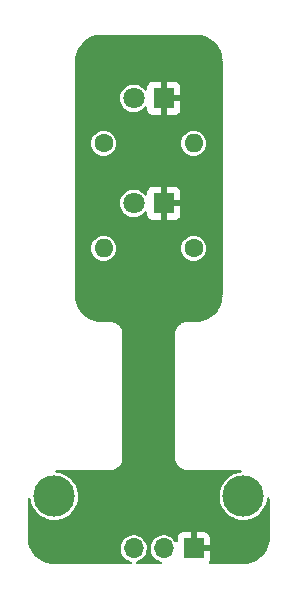
<source format=gbl>
G04 #@! TF.GenerationSoftware,KiCad,Pcbnew,6.0.5-a6ca702e91~116~ubuntu20.04.1*
G04 #@! TF.CreationDate,2022-06-20T08:21:10+02:00*
G04 #@! TF.ProjectId,traffic_lights_pedestrian,74726166-6669-4635-9f6c-69676874735f,1.0*
G04 #@! TF.SameCoordinates,Original*
G04 #@! TF.FileFunction,Copper,L2,Bot*
G04 #@! TF.FilePolarity,Positive*
%FSLAX46Y46*%
G04 Gerber Fmt 4.6, Leading zero omitted, Abs format (unit mm)*
G04 Created by KiCad (PCBNEW 6.0.5-a6ca702e91~116~ubuntu20.04.1) date 2022-06-20 08:21:10*
%MOMM*%
%LPD*%
G01*
G04 APERTURE LIST*
G04 #@! TA.AperFunction,ComponentPad*
%ADD10R,1.800000X1.800000*%
G04 #@! TD*
G04 #@! TA.AperFunction,ComponentPad*
%ADD11C,1.800000*%
G04 #@! TD*
G04 #@! TA.AperFunction,ComponentPad*
%ADD12R,1.700000X1.700000*%
G04 #@! TD*
G04 #@! TA.AperFunction,ComponentPad*
%ADD13O,1.700000X1.700000*%
G04 #@! TD*
G04 #@! TA.AperFunction,ComponentPad*
%ADD14C,1.600000*%
G04 #@! TD*
G04 #@! TA.AperFunction,ComponentPad*
%ADD15O,1.600000X1.600000*%
G04 #@! TD*
G04 #@! TA.AperFunction,ViaPad*
%ADD16C,3.500000*%
G04 #@! TD*
G04 APERTURE END LIST*
D10*
X111760000Y-60325000D03*
D11*
X109220000Y-60325000D03*
D10*
X111760000Y-69215000D03*
D11*
X109220000Y-69215000D03*
D12*
X114300000Y-98425000D03*
D13*
X111760000Y-98425000D03*
X109220000Y-98425000D03*
D14*
X106680000Y-64135000D03*
D15*
X114300000Y-64135000D03*
D14*
X114300000Y-73025000D03*
D15*
X106680000Y-73025000D03*
D16*
X118500000Y-94000000D03*
X102500000Y-94000000D03*
G04 #@! TA.AperFunction,Conductor*
G36*
X114487103Y-54916921D02*
G01*
X114500000Y-54919486D01*
X114512172Y-54917065D01*
X114524580Y-54917065D01*
X114524580Y-54917359D01*
X114535465Y-54916612D01*
X114759096Y-54929930D01*
X114773969Y-54931708D01*
X114927697Y-54959434D01*
X115022014Y-54976446D01*
X115036572Y-54979976D01*
X115277564Y-55053840D01*
X115291600Y-55059073D01*
X115522117Y-55161014D01*
X115535433Y-55167877D01*
X115752214Y-55296451D01*
X115764622Y-55304845D01*
X115964622Y-55458246D01*
X115975946Y-55468054D01*
X116156324Y-55644106D01*
X116166403Y-55655188D01*
X116324609Y-55851400D01*
X116333302Y-55863600D01*
X116467104Y-56077202D01*
X116474288Y-56090348D01*
X116581793Y-56318320D01*
X116587366Y-56332225D01*
X116667057Y-56571350D01*
X116670940Y-56585819D01*
X116721686Y-56832711D01*
X116723824Y-56847538D01*
X116742577Y-57070913D01*
X116742102Y-57081674D01*
X116742414Y-57081666D01*
X116742715Y-57094070D01*
X116740590Y-57106298D01*
X116743306Y-57118407D01*
X116743428Y-57123441D01*
X116745500Y-57142147D01*
X116745500Y-76962524D01*
X116743079Y-76987103D01*
X116740514Y-77000000D01*
X116742935Y-77012172D01*
X116742935Y-77024580D01*
X116742615Y-77024580D01*
X116743355Y-77035456D01*
X116729588Y-77263057D01*
X116727754Y-77278161D01*
X116681624Y-77529885D01*
X116677983Y-77544658D01*
X116601846Y-77788991D01*
X116596450Y-77803218D01*
X116491421Y-78036584D01*
X116484350Y-78050057D01*
X116351951Y-78269069D01*
X116343308Y-78281590D01*
X116185481Y-78483043D01*
X116175391Y-78494432D01*
X115994432Y-78675391D01*
X115983043Y-78685481D01*
X115781590Y-78843308D01*
X115769069Y-78851951D01*
X115550057Y-78984350D01*
X115536586Y-78991420D01*
X115303214Y-79096451D01*
X115288996Y-79101844D01*
X115112162Y-79156948D01*
X115044658Y-79177983D01*
X115029885Y-79181624D01*
X114778161Y-79227754D01*
X114763057Y-79229588D01*
X114535456Y-79243355D01*
X114524580Y-79242615D01*
X114524580Y-79242935D01*
X114512172Y-79242935D01*
X114500000Y-79240514D01*
X114487103Y-79243079D01*
X114462524Y-79245500D01*
X113787476Y-79245500D01*
X113762897Y-79243079D01*
X113750000Y-79240514D01*
X113739688Y-79242565D01*
X113735459Y-79242935D01*
X113734448Y-79242935D01*
X113732850Y-79243163D01*
X113574904Y-79256982D01*
X113569591Y-79258406D01*
X113569589Y-79258406D01*
X113522900Y-79270916D01*
X113405128Y-79302473D01*
X113245832Y-79376755D01*
X113241330Y-79379907D01*
X113241327Y-79379909D01*
X113241326Y-79379910D01*
X113101853Y-79477569D01*
X112977569Y-79601853D01*
X112974416Y-79606356D01*
X112916080Y-79689670D01*
X112876755Y-79745832D01*
X112802473Y-79905128D01*
X112756982Y-80074904D01*
X112743164Y-80232845D01*
X112742935Y-80234448D01*
X112742935Y-80235459D01*
X112742565Y-80239688D01*
X112740514Y-80250000D01*
X112742935Y-80262170D01*
X112743079Y-80262894D01*
X112745500Y-80287476D01*
X112745500Y-90712524D01*
X112743079Y-90737103D01*
X112740514Y-90750000D01*
X112742565Y-90760312D01*
X112742935Y-90764541D01*
X112742935Y-90765552D01*
X112743163Y-90767150D01*
X112756982Y-90925096D01*
X112802473Y-91094872D01*
X112804795Y-91099852D01*
X112804796Y-91099854D01*
X112872713Y-91245500D01*
X112876755Y-91254169D01*
X112977569Y-91398147D01*
X113101853Y-91522431D01*
X113106356Y-91525584D01*
X113241327Y-91620091D01*
X113241330Y-91620093D01*
X113245832Y-91623245D01*
X113405128Y-91697527D01*
X113522900Y-91729084D01*
X113569589Y-91741594D01*
X113569591Y-91741594D01*
X113574904Y-91743018D01*
X113732850Y-91756837D01*
X113734448Y-91757065D01*
X113735459Y-91757065D01*
X113739688Y-91757435D01*
X113750000Y-91759486D01*
X113762897Y-91756921D01*
X113787476Y-91754500D01*
X118240540Y-91754500D01*
X118308661Y-91774502D01*
X118355154Y-91828158D01*
X118365258Y-91898432D01*
X118335764Y-91963012D01*
X118276038Y-92001396D01*
X118256334Y-92005506D01*
X118252568Y-92005982D01*
X118248128Y-92006226D01*
X118243768Y-92007093D01*
X118243762Y-92007094D01*
X118107296Y-92034239D01*
X117969715Y-92061606D01*
X117965505Y-92063084D01*
X117965503Y-92063085D01*
X117914996Y-92080822D01*
X117701884Y-92155662D01*
X117697933Y-92157715D01*
X117697927Y-92157717D01*
X117453926Y-92284465D01*
X117449976Y-92286517D01*
X117446361Y-92289100D01*
X117446355Y-92289104D01*
X117404214Y-92319219D01*
X117219020Y-92451561D01*
X117013623Y-92647501D01*
X117010867Y-92650997D01*
X117010866Y-92650998D01*
X116976291Y-92694856D01*
X116837882Y-92870426D01*
X116835645Y-92874278D01*
X116697540Y-93112042D01*
X116697537Y-93112048D01*
X116695306Y-93115889D01*
X116693636Y-93120012D01*
X116590411Y-93374861D01*
X116590408Y-93374869D01*
X116588738Y-93378993D01*
X116520305Y-93654488D01*
X116491372Y-93936876D01*
X116493852Y-94000000D01*
X116498935Y-94129367D01*
X116502516Y-94220524D01*
X116553516Y-94499772D01*
X116643353Y-94769048D01*
X116645346Y-94773036D01*
X116728954Y-94940361D01*
X116770236Y-95022980D01*
X116931631Y-95256500D01*
X117124320Y-95464950D01*
X117127774Y-95467762D01*
X117341001Y-95641356D01*
X117341005Y-95641359D01*
X117344458Y-95644170D01*
X117587652Y-95790585D01*
X117591747Y-95792319D01*
X117591749Y-95792320D01*
X117774820Y-95869840D01*
X117849049Y-95901272D01*
X117853342Y-95902410D01*
X117853347Y-95902412D01*
X117996898Y-95940473D01*
X118123435Y-95974024D01*
X118405334Y-96007389D01*
X118689122Y-96000701D01*
X118693517Y-95999969D01*
X118693522Y-95999969D01*
X118964734Y-95954827D01*
X118964738Y-95954826D01*
X118969136Y-95954094D01*
X119146887Y-95897878D01*
X119235544Y-95869840D01*
X119235546Y-95869839D01*
X119239790Y-95868497D01*
X119243801Y-95866571D01*
X119243806Y-95866569D01*
X119491665Y-95747549D01*
X119491666Y-95747548D01*
X119495684Y-95745619D01*
X119651724Y-95641356D01*
X119728002Y-95590389D01*
X119728006Y-95590386D01*
X119731710Y-95587911D01*
X119735027Y-95584940D01*
X119735031Y-95584937D01*
X119939845Y-95401490D01*
X119943161Y-95398520D01*
X120125817Y-95181225D01*
X120128174Y-95177446D01*
X120273669Y-94944152D01*
X120273671Y-94944149D01*
X120276033Y-94940361D01*
X120390813Y-94680734D01*
X120467866Y-94407525D01*
X120494621Y-94208328D01*
X120523514Y-94143476D01*
X120582881Y-94104540D01*
X120653874Y-94103881D01*
X120713954Y-94141708D01*
X120744046Y-94206012D01*
X120745500Y-94225101D01*
X120745500Y-97462524D01*
X120743079Y-97487103D01*
X120740514Y-97500000D01*
X120742935Y-97512172D01*
X120742935Y-97524580D01*
X120742615Y-97524580D01*
X120743355Y-97535456D01*
X120729588Y-97763057D01*
X120727754Y-97778161D01*
X120681624Y-98029885D01*
X120677983Y-98044658D01*
X120631329Y-98194378D01*
X120601846Y-98288991D01*
X120596451Y-98303214D01*
X120515513Y-98483053D01*
X120491421Y-98536584D01*
X120484350Y-98550057D01*
X120351951Y-98769069D01*
X120343308Y-98781590D01*
X120328484Y-98800512D01*
X120205265Y-98957791D01*
X120185481Y-98983043D01*
X120175391Y-98994432D01*
X119994432Y-99175391D01*
X119983043Y-99185481D01*
X119781590Y-99343308D01*
X119769069Y-99351951D01*
X119605565Y-99450794D01*
X119554211Y-99481839D01*
X119550057Y-99484350D01*
X119536586Y-99491420D01*
X119303214Y-99596451D01*
X119288996Y-99601844D01*
X119159204Y-99642289D01*
X119044658Y-99677983D01*
X119029885Y-99681624D01*
X118778161Y-99727754D01*
X118763057Y-99729588D01*
X118535456Y-99743355D01*
X118524580Y-99742615D01*
X118524580Y-99742935D01*
X118512172Y-99742935D01*
X118500000Y-99740514D01*
X118487103Y-99743079D01*
X118462524Y-99745500D01*
X115684156Y-99745500D01*
X115616035Y-99725498D01*
X115569542Y-99671842D01*
X115559438Y-99601568D01*
X115583329Y-99543937D01*
X115594784Y-99528652D01*
X115603324Y-99513054D01*
X115648478Y-99392606D01*
X115652105Y-99377351D01*
X115657631Y-99326486D01*
X115658000Y-99319672D01*
X115658000Y-98697115D01*
X115653525Y-98681876D01*
X115652135Y-98680671D01*
X115644452Y-98679000D01*
X114172000Y-98679000D01*
X114103879Y-98658998D01*
X114057386Y-98605342D01*
X114046000Y-98553000D01*
X114046000Y-98152885D01*
X114554000Y-98152885D01*
X114558475Y-98168124D01*
X114559865Y-98169329D01*
X114567548Y-98171000D01*
X115639884Y-98171000D01*
X115655123Y-98166525D01*
X115656328Y-98165135D01*
X115657999Y-98157452D01*
X115657999Y-97530331D01*
X115657629Y-97523510D01*
X115652105Y-97472648D01*
X115648479Y-97457396D01*
X115603324Y-97336946D01*
X115594786Y-97321351D01*
X115518285Y-97219276D01*
X115505724Y-97206715D01*
X115403649Y-97130214D01*
X115388054Y-97121676D01*
X115267606Y-97076522D01*
X115252351Y-97072895D01*
X115201486Y-97067369D01*
X115194672Y-97067000D01*
X114572115Y-97067000D01*
X114556876Y-97071475D01*
X114555671Y-97072865D01*
X114554000Y-97080548D01*
X114554000Y-98152885D01*
X114046000Y-98152885D01*
X114046000Y-97085116D01*
X114041525Y-97069877D01*
X114040135Y-97068672D01*
X114032452Y-97067001D01*
X113405331Y-97067001D01*
X113398510Y-97067371D01*
X113347648Y-97072895D01*
X113332396Y-97076521D01*
X113211946Y-97121676D01*
X113196351Y-97130214D01*
X113094276Y-97206715D01*
X113081715Y-97219276D01*
X113005214Y-97321351D01*
X112996676Y-97336946D01*
X112951522Y-97457394D01*
X112947895Y-97472649D01*
X112942369Y-97523514D01*
X112942000Y-97530328D01*
X112942000Y-97785160D01*
X112921998Y-97853281D01*
X112868342Y-97899774D01*
X112798068Y-97909878D01*
X112733488Y-97880384D01*
X112708567Y-97850994D01*
X112708331Y-97850608D01*
X112705776Y-97845428D01*
X112584320Y-97682779D01*
X112435258Y-97544987D01*
X112430375Y-97541906D01*
X112430371Y-97541903D01*
X112284728Y-97450010D01*
X112263581Y-97436667D01*
X112075039Y-97361446D01*
X112069379Y-97360320D01*
X112069375Y-97360319D01*
X111881613Y-97322971D01*
X111881610Y-97322971D01*
X111875946Y-97321844D01*
X111870171Y-97321768D01*
X111870167Y-97321768D01*
X111768793Y-97320441D01*
X111672971Y-97319187D01*
X111667274Y-97320166D01*
X111667273Y-97320166D01*
X111569620Y-97336946D01*
X111472910Y-97353564D01*
X111282463Y-97423824D01*
X111108010Y-97527612D01*
X111103670Y-97531418D01*
X111103666Y-97531421D01*
X111083723Y-97548911D01*
X110955392Y-97661455D01*
X110829720Y-97820869D01*
X110827031Y-97825980D01*
X110827029Y-97825983D01*
X110814073Y-97850609D01*
X110735203Y-98000515D01*
X110675007Y-98194378D01*
X110651148Y-98395964D01*
X110664424Y-98598522D01*
X110665845Y-98604118D01*
X110665846Y-98604123D01*
X110701906Y-98746105D01*
X110714392Y-98795269D01*
X110716809Y-98800512D01*
X110754010Y-98881208D01*
X110799377Y-98979616D01*
X110916533Y-99145389D01*
X110920675Y-99149424D01*
X110938693Y-99166976D01*
X111061938Y-99287035D01*
X111066742Y-99290245D01*
X111120980Y-99326486D01*
X111230720Y-99399812D01*
X111236023Y-99402090D01*
X111236026Y-99402092D01*
X111324707Y-99440192D01*
X111417228Y-99479942D01*
X111490877Y-99496607D01*
X111552903Y-99531150D01*
X111586408Y-99593743D01*
X111580754Y-99664514D01*
X111537735Y-99720994D01*
X111471011Y-99745249D01*
X111463069Y-99745500D01*
X109529453Y-99745500D01*
X109461332Y-99725498D01*
X109414839Y-99671842D01*
X109404735Y-99601568D01*
X109434229Y-99536988D01*
X109488952Y-99500187D01*
X109499499Y-99496607D01*
X109533565Y-99485043D01*
X109665693Y-99440192D01*
X109665698Y-99440190D01*
X109671165Y-99438334D01*
X109848276Y-99339147D01*
X109855253Y-99333345D01*
X109999913Y-99213031D01*
X110004345Y-99209345D01*
X110134147Y-99053276D01*
X110233334Y-98876165D01*
X110235190Y-98870698D01*
X110235192Y-98870693D01*
X110296728Y-98689414D01*
X110296729Y-98689409D01*
X110298584Y-98683945D01*
X110299412Y-98678236D01*
X110299413Y-98678231D01*
X110327179Y-98486727D01*
X110327712Y-98483053D01*
X110329232Y-98425000D01*
X110310658Y-98222859D01*
X110309090Y-98217299D01*
X110257125Y-98033046D01*
X110257124Y-98033044D01*
X110255557Y-98027487D01*
X110245850Y-98007802D01*
X110168331Y-97850609D01*
X110165776Y-97845428D01*
X110044320Y-97682779D01*
X109895258Y-97544987D01*
X109890375Y-97541906D01*
X109890371Y-97541903D01*
X109744728Y-97450010D01*
X109723581Y-97436667D01*
X109535039Y-97361446D01*
X109529379Y-97360320D01*
X109529375Y-97360319D01*
X109341613Y-97322971D01*
X109341610Y-97322971D01*
X109335946Y-97321844D01*
X109330171Y-97321768D01*
X109330167Y-97321768D01*
X109228793Y-97320441D01*
X109132971Y-97319187D01*
X109127274Y-97320166D01*
X109127273Y-97320166D01*
X109029620Y-97336946D01*
X108932910Y-97353564D01*
X108742463Y-97423824D01*
X108568010Y-97527612D01*
X108563670Y-97531418D01*
X108563666Y-97531421D01*
X108543723Y-97548911D01*
X108415392Y-97661455D01*
X108289720Y-97820869D01*
X108287031Y-97825980D01*
X108287029Y-97825983D01*
X108274073Y-97850609D01*
X108195203Y-98000515D01*
X108135007Y-98194378D01*
X108111148Y-98395964D01*
X108124424Y-98598522D01*
X108125845Y-98604118D01*
X108125846Y-98604123D01*
X108161906Y-98746105D01*
X108174392Y-98795269D01*
X108176809Y-98800512D01*
X108214010Y-98881208D01*
X108259377Y-98979616D01*
X108376533Y-99145389D01*
X108380675Y-99149424D01*
X108398693Y-99166976D01*
X108521938Y-99287035D01*
X108526742Y-99290245D01*
X108580980Y-99326486D01*
X108690720Y-99399812D01*
X108696023Y-99402090D01*
X108696026Y-99402092D01*
X108784707Y-99440192D01*
X108877228Y-99479942D01*
X108950877Y-99496607D01*
X109012903Y-99531150D01*
X109046408Y-99593743D01*
X109040754Y-99664514D01*
X108997735Y-99720994D01*
X108931011Y-99745249D01*
X108923069Y-99745500D01*
X102537476Y-99745500D01*
X102512897Y-99743079D01*
X102500000Y-99740514D01*
X102487828Y-99742935D01*
X102475420Y-99742935D01*
X102475420Y-99742593D01*
X102464555Y-99743329D01*
X102233585Y-99729181D01*
X102218294Y-99727301D01*
X101963444Y-99679996D01*
X101948496Y-99676263D01*
X101824914Y-99637237D01*
X101701331Y-99598210D01*
X101686952Y-99592682D01*
X101451156Y-99485043D01*
X101437558Y-99477800D01*
X101216670Y-99342193D01*
X101204057Y-99333345D01*
X101042924Y-99204913D01*
X101001359Y-99171783D01*
X100989922Y-99161462D01*
X100808468Y-98976380D01*
X100798375Y-98964740D01*
X100640863Y-98758890D01*
X100632266Y-98746105D01*
X100501055Y-98522572D01*
X100494082Y-98508832D01*
X100484516Y-98486727D01*
X100391131Y-98270944D01*
X100385890Y-98256464D01*
X100374370Y-98217299D01*
X100312745Y-98007802D01*
X100309309Y-97992783D01*
X100267059Y-97737049D01*
X100265482Y-97721723D01*
X100255911Y-97490560D01*
X100256864Y-97479672D01*
X100256528Y-97479665D01*
X100256773Y-97467259D01*
X100259435Y-97455137D01*
X100256459Y-97438454D01*
X100254500Y-97416327D01*
X100254500Y-94253751D01*
X100274502Y-94185630D01*
X100328158Y-94139137D01*
X100398432Y-94129033D01*
X100463012Y-94158527D01*
X100501396Y-94218253D01*
X100504450Y-94231114D01*
X100553516Y-94499772D01*
X100643353Y-94769048D01*
X100645346Y-94773036D01*
X100728954Y-94940361D01*
X100770236Y-95022980D01*
X100931631Y-95256500D01*
X101124320Y-95464950D01*
X101127774Y-95467762D01*
X101341001Y-95641356D01*
X101341005Y-95641359D01*
X101344458Y-95644170D01*
X101587652Y-95790585D01*
X101591747Y-95792319D01*
X101591749Y-95792320D01*
X101774820Y-95869840D01*
X101849049Y-95901272D01*
X101853342Y-95902410D01*
X101853347Y-95902412D01*
X101996898Y-95940473D01*
X102123435Y-95974024D01*
X102405334Y-96007389D01*
X102689122Y-96000701D01*
X102693517Y-95999969D01*
X102693522Y-95999969D01*
X102964734Y-95954827D01*
X102964738Y-95954826D01*
X102969136Y-95954094D01*
X103146887Y-95897878D01*
X103235544Y-95869840D01*
X103235546Y-95869839D01*
X103239790Y-95868497D01*
X103243801Y-95866571D01*
X103243806Y-95866569D01*
X103491665Y-95747549D01*
X103491666Y-95747548D01*
X103495684Y-95745619D01*
X103651724Y-95641356D01*
X103728002Y-95590389D01*
X103728006Y-95590386D01*
X103731710Y-95587911D01*
X103735027Y-95584940D01*
X103735031Y-95584937D01*
X103939845Y-95401490D01*
X103943161Y-95398520D01*
X104125817Y-95181225D01*
X104128174Y-95177446D01*
X104273669Y-94944152D01*
X104273671Y-94944149D01*
X104276033Y-94940361D01*
X104390813Y-94680734D01*
X104467866Y-94407525D01*
X104493288Y-94218253D01*
X104505227Y-94129367D01*
X104505228Y-94129359D01*
X104505654Y-94126185D01*
X104509620Y-94000000D01*
X104489571Y-93716842D01*
X104429825Y-93439334D01*
X104331574Y-93173013D01*
X104196778Y-92923192D01*
X104028127Y-92694856D01*
X103828986Y-92492562D01*
X103755118Y-92436188D01*
X103606872Y-92323050D01*
X103606868Y-92323047D01*
X103603327Y-92320345D01*
X103355655Y-92181641D01*
X103351506Y-92180036D01*
X103351502Y-92180034D01*
X103191830Y-92118262D01*
X103090909Y-92079219D01*
X103086588Y-92078217D01*
X103086580Y-92078215D01*
X102904110Y-92035922D01*
X102814374Y-92015122D01*
X102709398Y-92006030D01*
X102643257Y-91980225D01*
X102601567Y-91922757D01*
X102597565Y-91851874D01*
X102632520Y-91790079D01*
X102695336Y-91756992D01*
X102720270Y-91754500D01*
X107212524Y-91754500D01*
X107237103Y-91756921D01*
X107250000Y-91759486D01*
X107260312Y-91757435D01*
X107264541Y-91757065D01*
X107265552Y-91757065D01*
X107267150Y-91756837D01*
X107425096Y-91743018D01*
X107430409Y-91741594D01*
X107430411Y-91741594D01*
X107589562Y-91698950D01*
X107589564Y-91698949D01*
X107594872Y-91697527D01*
X107666721Y-91664023D01*
X107749188Y-91625568D01*
X107749191Y-91625566D01*
X107754169Y-91623245D01*
X107898147Y-91522431D01*
X108022431Y-91398147D01*
X108123245Y-91254169D01*
X108127288Y-91245500D01*
X108195204Y-91099854D01*
X108195205Y-91099852D01*
X108197527Y-91094872D01*
X108243018Y-90925096D01*
X108256837Y-90767150D01*
X108257065Y-90765552D01*
X108257065Y-90764541D01*
X108257435Y-90760312D01*
X108259486Y-90750000D01*
X108256921Y-90737103D01*
X108254500Y-90712524D01*
X108254500Y-80287476D01*
X108256921Y-80262894D01*
X108257065Y-80262170D01*
X108259486Y-80250000D01*
X108257435Y-80239688D01*
X108257065Y-80235459D01*
X108257065Y-80234448D01*
X108256836Y-80232845D01*
X108243018Y-80074904D01*
X108197527Y-79905128D01*
X108123245Y-79745832D01*
X108083921Y-79689670D01*
X108025584Y-79606356D01*
X108022431Y-79601853D01*
X107898147Y-79477569D01*
X107754169Y-79376755D01*
X107749191Y-79374434D01*
X107749188Y-79374432D01*
X107599854Y-79304796D01*
X107599852Y-79304795D01*
X107594872Y-79302473D01*
X107589564Y-79301051D01*
X107589562Y-79301050D01*
X107430411Y-79258406D01*
X107430409Y-79258406D01*
X107425096Y-79256982D01*
X107267150Y-79243163D01*
X107265552Y-79242935D01*
X107264541Y-79242935D01*
X107260312Y-79242565D01*
X107250000Y-79240514D01*
X107237103Y-79243079D01*
X107212524Y-79245500D01*
X106537476Y-79245500D01*
X106512897Y-79243079D01*
X106500000Y-79240514D01*
X106487828Y-79242935D01*
X106475420Y-79242935D01*
X106475420Y-79242615D01*
X106464544Y-79243355D01*
X106236943Y-79229588D01*
X106221839Y-79227754D01*
X105970115Y-79181624D01*
X105955342Y-79177983D01*
X105887838Y-79156948D01*
X105711004Y-79101844D01*
X105696786Y-79096451D01*
X105463414Y-78991420D01*
X105449943Y-78984350D01*
X105230931Y-78851951D01*
X105218410Y-78843308D01*
X105016957Y-78685481D01*
X105005568Y-78675391D01*
X104824609Y-78494432D01*
X104814519Y-78483043D01*
X104656692Y-78281590D01*
X104648049Y-78269069D01*
X104515650Y-78050057D01*
X104508579Y-78036584D01*
X104403550Y-77803218D01*
X104398154Y-77788991D01*
X104322017Y-77544658D01*
X104318376Y-77529885D01*
X104272246Y-77278161D01*
X104270412Y-77263057D01*
X104256645Y-77035456D01*
X104257385Y-77024580D01*
X104257065Y-77024580D01*
X104257065Y-77012172D01*
X104259486Y-77000000D01*
X104256921Y-76987103D01*
X104254500Y-76962524D01*
X104254500Y-73010206D01*
X105620501Y-73010206D01*
X105637806Y-73216278D01*
X105694807Y-73415066D01*
X105697625Y-73420548D01*
X105697626Y-73420552D01*
X105786514Y-73593509D01*
X105786517Y-73593513D01*
X105789334Y-73598995D01*
X105917786Y-73761061D01*
X106075271Y-73895091D01*
X106255789Y-73995980D01*
X106452466Y-74059884D01*
X106657809Y-74084370D01*
X106663944Y-74083898D01*
X106663946Y-74083898D01*
X106857856Y-74068977D01*
X106857860Y-74068976D01*
X106863998Y-74068504D01*
X107063178Y-74012892D01*
X107068682Y-74010112D01*
X107068684Y-74010111D01*
X107242262Y-73922431D01*
X107242264Y-73922430D01*
X107247763Y-73919652D01*
X107410722Y-73792334D01*
X107414748Y-73787670D01*
X107414751Y-73787667D01*
X107541819Y-73640457D01*
X107541820Y-73640455D01*
X107545848Y-73635789D01*
X107647995Y-73455979D01*
X107713270Y-73259753D01*
X107739189Y-73054586D01*
X107739602Y-73025000D01*
X107738151Y-73010206D01*
X113240501Y-73010206D01*
X113257806Y-73216278D01*
X113314807Y-73415066D01*
X113317625Y-73420548D01*
X113317626Y-73420552D01*
X113406514Y-73593509D01*
X113406517Y-73593513D01*
X113409334Y-73598995D01*
X113537786Y-73761061D01*
X113695271Y-73895091D01*
X113875789Y-73995980D01*
X114072466Y-74059884D01*
X114277809Y-74084370D01*
X114283944Y-74083898D01*
X114283946Y-74083898D01*
X114477856Y-74068977D01*
X114477860Y-74068976D01*
X114483998Y-74068504D01*
X114683178Y-74012892D01*
X114688682Y-74010112D01*
X114688684Y-74010111D01*
X114862262Y-73922431D01*
X114862264Y-73922430D01*
X114867763Y-73919652D01*
X115030722Y-73792334D01*
X115034748Y-73787670D01*
X115034751Y-73787667D01*
X115161819Y-73640457D01*
X115161820Y-73640455D01*
X115165848Y-73635789D01*
X115267995Y-73455979D01*
X115333270Y-73259753D01*
X115359189Y-73054586D01*
X115359602Y-73025000D01*
X115339422Y-72819189D01*
X115279651Y-72621217D01*
X115182565Y-72438625D01*
X115178674Y-72433855D01*
X115178672Y-72433851D01*
X115055758Y-72283143D01*
X115055755Y-72283140D01*
X115051863Y-72278368D01*
X115044966Y-72272662D01*
X114897271Y-72150478D01*
X114897266Y-72150475D01*
X114892522Y-72146550D01*
X114887103Y-72143620D01*
X114887100Y-72143618D01*
X114716032Y-72051122D01*
X114716027Y-72051120D01*
X114710612Y-72048192D01*
X114513063Y-71987040D01*
X114506938Y-71986396D01*
X114506937Y-71986396D01*
X114313526Y-71966068D01*
X114313524Y-71966068D01*
X114307397Y-71965424D01*
X114181229Y-71976906D01*
X114107591Y-71983607D01*
X114107590Y-71983607D01*
X114101450Y-71984166D01*
X113903066Y-72042554D01*
X113897601Y-72045411D01*
X113725261Y-72135508D01*
X113725257Y-72135511D01*
X113719801Y-72138363D01*
X113558635Y-72267943D01*
X113425708Y-72426360D01*
X113326082Y-72607578D01*
X113263553Y-72804696D01*
X113240501Y-73010206D01*
X107738151Y-73010206D01*
X107719422Y-72819189D01*
X107659651Y-72621217D01*
X107562565Y-72438625D01*
X107558674Y-72433855D01*
X107558672Y-72433851D01*
X107435758Y-72283143D01*
X107435755Y-72283140D01*
X107431863Y-72278368D01*
X107424966Y-72272662D01*
X107277271Y-72150478D01*
X107277266Y-72150475D01*
X107272522Y-72146550D01*
X107267103Y-72143620D01*
X107267100Y-72143618D01*
X107096032Y-72051122D01*
X107096027Y-72051120D01*
X107090612Y-72048192D01*
X106893063Y-71987040D01*
X106886938Y-71986396D01*
X106886937Y-71986396D01*
X106693526Y-71966068D01*
X106693524Y-71966068D01*
X106687397Y-71965424D01*
X106561229Y-71976906D01*
X106487591Y-71983607D01*
X106487590Y-71983607D01*
X106481450Y-71984166D01*
X106283066Y-72042554D01*
X106277601Y-72045411D01*
X106105261Y-72135508D01*
X106105257Y-72135511D01*
X106099801Y-72138363D01*
X105938635Y-72267943D01*
X105805708Y-72426360D01*
X105706082Y-72607578D01*
X105643553Y-72804696D01*
X105620501Y-73010206D01*
X104254500Y-73010206D01*
X104254500Y-69184649D01*
X108060951Y-69184649D01*
X108074829Y-69396377D01*
X108127058Y-69602031D01*
X108215890Y-69794723D01*
X108338350Y-69968000D01*
X108490337Y-70116059D01*
X108495133Y-70119264D01*
X108495136Y-70119266D01*
X108637186Y-70214180D01*
X108666760Y-70233941D01*
X108672063Y-70236219D01*
X108672066Y-70236221D01*
X108753908Y-70271383D01*
X108861711Y-70317699D01*
X108937750Y-70334905D01*
X109063025Y-70363252D01*
X109063030Y-70363253D01*
X109068662Y-70364527D01*
X109074433Y-70364754D01*
X109074435Y-70364754D01*
X109139911Y-70367326D01*
X109280681Y-70372857D01*
X109385674Y-70357633D01*
X109484953Y-70343239D01*
X109484958Y-70343238D01*
X109490667Y-70342410D01*
X109496131Y-70340555D01*
X109496136Y-70340554D01*
X109589240Y-70308949D01*
X109691589Y-70274207D01*
X109765873Y-70232606D01*
X109871670Y-70173357D01*
X109871674Y-70173354D01*
X109876717Y-70170530D01*
X110039852Y-70034852D01*
X110129128Y-69927509D01*
X110188065Y-69887927D01*
X110259047Y-69886491D01*
X110319537Y-69923658D01*
X110350330Y-69987629D01*
X110352001Y-70008080D01*
X110352001Y-70159669D01*
X110352371Y-70166490D01*
X110357895Y-70217352D01*
X110361521Y-70232604D01*
X110406676Y-70353054D01*
X110415214Y-70368649D01*
X110491715Y-70470724D01*
X110504276Y-70483285D01*
X110606351Y-70559786D01*
X110621946Y-70568324D01*
X110742394Y-70613478D01*
X110757649Y-70617105D01*
X110808514Y-70622631D01*
X110815328Y-70623000D01*
X111487885Y-70623000D01*
X111503124Y-70618525D01*
X111504329Y-70617135D01*
X111506000Y-70609452D01*
X111506000Y-70604884D01*
X112014000Y-70604884D01*
X112018475Y-70620123D01*
X112019865Y-70621328D01*
X112027548Y-70622999D01*
X112704669Y-70622999D01*
X112711490Y-70622629D01*
X112762352Y-70617105D01*
X112777604Y-70613479D01*
X112898054Y-70568324D01*
X112913649Y-70559786D01*
X113015724Y-70483285D01*
X113028285Y-70470724D01*
X113104786Y-70368649D01*
X113113324Y-70353054D01*
X113158478Y-70232606D01*
X113162105Y-70217351D01*
X113167631Y-70166486D01*
X113168000Y-70159672D01*
X113168000Y-69487115D01*
X113163525Y-69471876D01*
X113162135Y-69470671D01*
X113154452Y-69469000D01*
X112032115Y-69469000D01*
X112016876Y-69473475D01*
X112015671Y-69474865D01*
X112014000Y-69482548D01*
X112014000Y-70604884D01*
X111506000Y-70604884D01*
X111506000Y-68942885D01*
X112014000Y-68942885D01*
X112018475Y-68958124D01*
X112019865Y-68959329D01*
X112027548Y-68961000D01*
X113149884Y-68961000D01*
X113165123Y-68956525D01*
X113166328Y-68955135D01*
X113167999Y-68947452D01*
X113167999Y-68270331D01*
X113167629Y-68263510D01*
X113162105Y-68212648D01*
X113158479Y-68197396D01*
X113113324Y-68076946D01*
X113104786Y-68061351D01*
X113028285Y-67959276D01*
X113015724Y-67946715D01*
X112913649Y-67870214D01*
X112898054Y-67861676D01*
X112777606Y-67816522D01*
X112762351Y-67812895D01*
X112711486Y-67807369D01*
X112704672Y-67807000D01*
X112032115Y-67807000D01*
X112016876Y-67811475D01*
X112015671Y-67812865D01*
X112014000Y-67820548D01*
X112014000Y-68942885D01*
X111506000Y-68942885D01*
X111506000Y-67825116D01*
X111501525Y-67809877D01*
X111500135Y-67808672D01*
X111492452Y-67807001D01*
X110815331Y-67807001D01*
X110808510Y-67807371D01*
X110757648Y-67812895D01*
X110742396Y-67816521D01*
X110621946Y-67861676D01*
X110606351Y-67870214D01*
X110504276Y-67946715D01*
X110491715Y-67959276D01*
X110415214Y-68061351D01*
X110406676Y-68076946D01*
X110361522Y-68197394D01*
X110357895Y-68212649D01*
X110352369Y-68263514D01*
X110352000Y-68270328D01*
X110352000Y-68421918D01*
X110331998Y-68490039D01*
X110278342Y-68536532D01*
X110208068Y-68546636D01*
X110143488Y-68517142D01*
X110125042Y-68497307D01*
X110085089Y-68443803D01*
X110085088Y-68443802D01*
X110081636Y-68439179D01*
X110057524Y-68416890D01*
X109930066Y-68299069D01*
X109930063Y-68299067D01*
X109925826Y-68295150D01*
X109746377Y-68181926D01*
X109549300Y-68103300D01*
X109543643Y-68102175D01*
X109543637Y-68102173D01*
X109346863Y-68063033D01*
X109346859Y-68063033D01*
X109341195Y-68061906D01*
X109335420Y-68061830D01*
X109335416Y-68061830D01*
X109228804Y-68060434D01*
X109129031Y-68059128D01*
X109123334Y-68060107D01*
X109123333Y-68060107D01*
X109106305Y-68063033D01*
X108919913Y-68095061D01*
X108720846Y-68168501D01*
X108715885Y-68171453D01*
X108715884Y-68171453D01*
X108543463Y-68274032D01*
X108543460Y-68274034D01*
X108538495Y-68276988D01*
X108534155Y-68280794D01*
X108534151Y-68280797D01*
X108383309Y-68413083D01*
X108378968Y-68416890D01*
X108247607Y-68583520D01*
X108148812Y-68771299D01*
X108085891Y-68973938D01*
X108060951Y-69184649D01*
X104254500Y-69184649D01*
X104254500Y-64120206D01*
X105620501Y-64120206D01*
X105637806Y-64326278D01*
X105694807Y-64525066D01*
X105697625Y-64530548D01*
X105697626Y-64530552D01*
X105786514Y-64703509D01*
X105786517Y-64703513D01*
X105789334Y-64708995D01*
X105917786Y-64871061D01*
X106075271Y-65005091D01*
X106255789Y-65105980D01*
X106452466Y-65169884D01*
X106657809Y-65194370D01*
X106663944Y-65193898D01*
X106663946Y-65193898D01*
X106857856Y-65178977D01*
X106857860Y-65178976D01*
X106863998Y-65178504D01*
X107063178Y-65122892D01*
X107068682Y-65120112D01*
X107068684Y-65120111D01*
X107242262Y-65032431D01*
X107242264Y-65032430D01*
X107247763Y-65029652D01*
X107410722Y-64902334D01*
X107414748Y-64897670D01*
X107414751Y-64897667D01*
X107541819Y-64750457D01*
X107541820Y-64750455D01*
X107545848Y-64745789D01*
X107647995Y-64565979D01*
X107713270Y-64369753D01*
X107739189Y-64164586D01*
X107739602Y-64135000D01*
X107738151Y-64120206D01*
X113240501Y-64120206D01*
X113257806Y-64326278D01*
X113314807Y-64525066D01*
X113317625Y-64530548D01*
X113317626Y-64530552D01*
X113406514Y-64703509D01*
X113406517Y-64703513D01*
X113409334Y-64708995D01*
X113537786Y-64871061D01*
X113695271Y-65005091D01*
X113875789Y-65105980D01*
X114072466Y-65169884D01*
X114277809Y-65194370D01*
X114283944Y-65193898D01*
X114283946Y-65193898D01*
X114477856Y-65178977D01*
X114477860Y-65178976D01*
X114483998Y-65178504D01*
X114683178Y-65122892D01*
X114688682Y-65120112D01*
X114688684Y-65120111D01*
X114862262Y-65032431D01*
X114862264Y-65032430D01*
X114867763Y-65029652D01*
X115030722Y-64902334D01*
X115034748Y-64897670D01*
X115034751Y-64897667D01*
X115161819Y-64750457D01*
X115161820Y-64750455D01*
X115165848Y-64745789D01*
X115267995Y-64565979D01*
X115333270Y-64369753D01*
X115359189Y-64164586D01*
X115359602Y-64135000D01*
X115339422Y-63929189D01*
X115279651Y-63731217D01*
X115182565Y-63548625D01*
X115178674Y-63543855D01*
X115178672Y-63543851D01*
X115055758Y-63393143D01*
X115055755Y-63393140D01*
X115051863Y-63388368D01*
X115044966Y-63382662D01*
X114897271Y-63260478D01*
X114897266Y-63260475D01*
X114892522Y-63256550D01*
X114887103Y-63253620D01*
X114887100Y-63253618D01*
X114716032Y-63161122D01*
X114716027Y-63161120D01*
X114710612Y-63158192D01*
X114513063Y-63097040D01*
X114506938Y-63096396D01*
X114506937Y-63096396D01*
X114313526Y-63076068D01*
X114313524Y-63076068D01*
X114307397Y-63075424D01*
X114181229Y-63086906D01*
X114107591Y-63093607D01*
X114107590Y-63093607D01*
X114101450Y-63094166D01*
X113903066Y-63152554D01*
X113897601Y-63155411D01*
X113725261Y-63245508D01*
X113725257Y-63245511D01*
X113719801Y-63248363D01*
X113558635Y-63377943D01*
X113425708Y-63536360D01*
X113326082Y-63717578D01*
X113263553Y-63914696D01*
X113240501Y-64120206D01*
X107738151Y-64120206D01*
X107719422Y-63929189D01*
X107659651Y-63731217D01*
X107562565Y-63548625D01*
X107558674Y-63543855D01*
X107558672Y-63543851D01*
X107435758Y-63393143D01*
X107435755Y-63393140D01*
X107431863Y-63388368D01*
X107424966Y-63382662D01*
X107277271Y-63260478D01*
X107277266Y-63260475D01*
X107272522Y-63256550D01*
X107267103Y-63253620D01*
X107267100Y-63253618D01*
X107096032Y-63161122D01*
X107096027Y-63161120D01*
X107090612Y-63158192D01*
X106893063Y-63097040D01*
X106886938Y-63096396D01*
X106886937Y-63096396D01*
X106693526Y-63076068D01*
X106693524Y-63076068D01*
X106687397Y-63075424D01*
X106561229Y-63086906D01*
X106487591Y-63093607D01*
X106487590Y-63093607D01*
X106481450Y-63094166D01*
X106283066Y-63152554D01*
X106277601Y-63155411D01*
X106105261Y-63245508D01*
X106105257Y-63245511D01*
X106099801Y-63248363D01*
X105938635Y-63377943D01*
X105805708Y-63536360D01*
X105706082Y-63717578D01*
X105643553Y-63914696D01*
X105620501Y-64120206D01*
X104254500Y-64120206D01*
X104254500Y-60294649D01*
X108060951Y-60294649D01*
X108074829Y-60506377D01*
X108127058Y-60712031D01*
X108215890Y-60904723D01*
X108338350Y-61078000D01*
X108490337Y-61226059D01*
X108495133Y-61229264D01*
X108495136Y-61229266D01*
X108637186Y-61324180D01*
X108666760Y-61343941D01*
X108672063Y-61346219D01*
X108672066Y-61346221D01*
X108753908Y-61381383D01*
X108861711Y-61427699D01*
X108937750Y-61444905D01*
X109063025Y-61473252D01*
X109063030Y-61473253D01*
X109068662Y-61474527D01*
X109074433Y-61474754D01*
X109074435Y-61474754D01*
X109139911Y-61477326D01*
X109280681Y-61482857D01*
X109385674Y-61467634D01*
X109484953Y-61453239D01*
X109484958Y-61453238D01*
X109490667Y-61452410D01*
X109496131Y-61450555D01*
X109496136Y-61450554D01*
X109589240Y-61418949D01*
X109691589Y-61384207D01*
X109765873Y-61342606D01*
X109871670Y-61283357D01*
X109871674Y-61283354D01*
X109876717Y-61280530D01*
X110039852Y-61144852D01*
X110129128Y-61037509D01*
X110188065Y-60997927D01*
X110259047Y-60996491D01*
X110319537Y-61033658D01*
X110350330Y-61097629D01*
X110352001Y-61118080D01*
X110352001Y-61269669D01*
X110352371Y-61276490D01*
X110357895Y-61327352D01*
X110361521Y-61342604D01*
X110406676Y-61463054D01*
X110415214Y-61478649D01*
X110491715Y-61580724D01*
X110504276Y-61593285D01*
X110606351Y-61669786D01*
X110621946Y-61678324D01*
X110742394Y-61723478D01*
X110757649Y-61727105D01*
X110808514Y-61732631D01*
X110815328Y-61733000D01*
X111487885Y-61733000D01*
X111503124Y-61728525D01*
X111504329Y-61727135D01*
X111506000Y-61719452D01*
X111506000Y-61714884D01*
X112014000Y-61714884D01*
X112018475Y-61730123D01*
X112019865Y-61731328D01*
X112027548Y-61732999D01*
X112704669Y-61732999D01*
X112711490Y-61732629D01*
X112762352Y-61727105D01*
X112777604Y-61723479D01*
X112898054Y-61678324D01*
X112913649Y-61669786D01*
X113015724Y-61593285D01*
X113028285Y-61580724D01*
X113104786Y-61478649D01*
X113113324Y-61463054D01*
X113158478Y-61342606D01*
X113162105Y-61327351D01*
X113167631Y-61276486D01*
X113168000Y-61269672D01*
X113168000Y-60597115D01*
X113163525Y-60581876D01*
X113162135Y-60580671D01*
X113154452Y-60579000D01*
X112032115Y-60579000D01*
X112016876Y-60583475D01*
X112015671Y-60584865D01*
X112014000Y-60592548D01*
X112014000Y-61714884D01*
X111506000Y-61714884D01*
X111506000Y-60052885D01*
X112014000Y-60052885D01*
X112018475Y-60068124D01*
X112019865Y-60069329D01*
X112027548Y-60071000D01*
X113149884Y-60071000D01*
X113165123Y-60066525D01*
X113166328Y-60065135D01*
X113167999Y-60057452D01*
X113167999Y-59380331D01*
X113167629Y-59373510D01*
X113162105Y-59322648D01*
X113158479Y-59307396D01*
X113113324Y-59186946D01*
X113104786Y-59171351D01*
X113028285Y-59069276D01*
X113015724Y-59056715D01*
X112913649Y-58980214D01*
X112898054Y-58971676D01*
X112777606Y-58926522D01*
X112762351Y-58922895D01*
X112711486Y-58917369D01*
X112704672Y-58917000D01*
X112032115Y-58917000D01*
X112016876Y-58921475D01*
X112015671Y-58922865D01*
X112014000Y-58930548D01*
X112014000Y-60052885D01*
X111506000Y-60052885D01*
X111506000Y-58935116D01*
X111501525Y-58919877D01*
X111500135Y-58918672D01*
X111492452Y-58917001D01*
X110815331Y-58917001D01*
X110808510Y-58917371D01*
X110757648Y-58922895D01*
X110742396Y-58926521D01*
X110621946Y-58971676D01*
X110606351Y-58980214D01*
X110504276Y-59056715D01*
X110491715Y-59069276D01*
X110415214Y-59171351D01*
X110406676Y-59186946D01*
X110361522Y-59307394D01*
X110357895Y-59322649D01*
X110352369Y-59373514D01*
X110352000Y-59380328D01*
X110352000Y-59531918D01*
X110331998Y-59600039D01*
X110278342Y-59646532D01*
X110208068Y-59656636D01*
X110143488Y-59627142D01*
X110125042Y-59607307D01*
X110085089Y-59553803D01*
X110085088Y-59553802D01*
X110081636Y-59549179D01*
X110057524Y-59526890D01*
X109930066Y-59409069D01*
X109930063Y-59409067D01*
X109925826Y-59405150D01*
X109746377Y-59291926D01*
X109549300Y-59213300D01*
X109543643Y-59212175D01*
X109543637Y-59212173D01*
X109346863Y-59173033D01*
X109346859Y-59173033D01*
X109341195Y-59171906D01*
X109335420Y-59171830D01*
X109335416Y-59171830D01*
X109228804Y-59170434D01*
X109129031Y-59169128D01*
X109123334Y-59170107D01*
X109123333Y-59170107D01*
X109106305Y-59173033D01*
X108919913Y-59205061D01*
X108720846Y-59278501D01*
X108715885Y-59281453D01*
X108715884Y-59281453D01*
X108543463Y-59384032D01*
X108543460Y-59384034D01*
X108538495Y-59386988D01*
X108534155Y-59390794D01*
X108534151Y-59390797D01*
X108383309Y-59523083D01*
X108378968Y-59526890D01*
X108247607Y-59693520D01*
X108148812Y-59881299D01*
X108085891Y-60083938D01*
X108060951Y-60294649D01*
X104254500Y-60294649D01*
X104254500Y-57197476D01*
X104256921Y-57172894D01*
X104257065Y-57172170D01*
X104259486Y-57160000D01*
X104257065Y-57147828D01*
X104257065Y-57135420D01*
X104257385Y-57135420D01*
X104256645Y-57124544D01*
X104270412Y-56896943D01*
X104272246Y-56881839D01*
X104318376Y-56630115D01*
X104322017Y-56615342D01*
X104398154Y-56371009D01*
X104403550Y-56356782D01*
X104420861Y-56318320D01*
X104508580Y-56123414D01*
X104515650Y-56109943D01*
X104648049Y-55890931D01*
X104656692Y-55878410D01*
X104814519Y-55676957D01*
X104824609Y-55665568D01*
X105005568Y-55484609D01*
X105016957Y-55474519D01*
X105218410Y-55316692D01*
X105230931Y-55308049D01*
X105449943Y-55175650D01*
X105463416Y-55168579D01*
X105480225Y-55161014D01*
X105696786Y-55063549D01*
X105711004Y-55058156D01*
X105955342Y-54982017D01*
X105970115Y-54978376D01*
X106221839Y-54932246D01*
X106236943Y-54930412D01*
X106464544Y-54916645D01*
X106475420Y-54917385D01*
X106475420Y-54917065D01*
X106487828Y-54917065D01*
X106500000Y-54919486D01*
X106512897Y-54916921D01*
X106537476Y-54914500D01*
X114462524Y-54914500D01*
X114487103Y-54916921D01*
G37*
G04 #@! TD.AperFunction*
M02*

</source>
